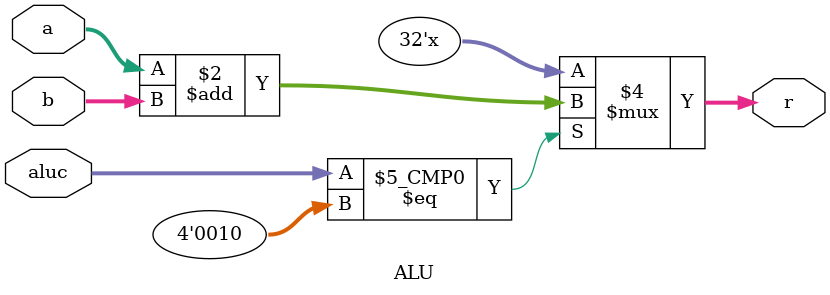
<source format=v>
`timescale 1ns / 1ps


module ALU(a,b,aluc,r);
    input [31:0] a,b;
    input [3:0] aluc;
    output reg [31:0] r;
    
    always @ (aluc, b, a)
        begin
            //setting up add (0010) because its lw only
            case(aluc)
                 4'b0010: begin
                 r= a + b;
                 end
           endcase
       end
       
endmodule

</source>
